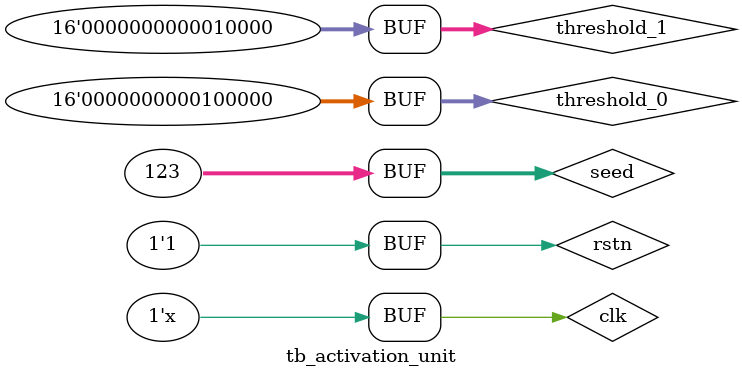
<source format=v>
`timescale 1ns / 1ps
module tb_activation_unit;
  reg clk;
  reg rstn;
  reg signed [15:0] threshold_0 = 32;
  reg signed [15:0] threshold_1 = 16;
  reg signed [15:0] membrane_potential_0;
  reg signed [15:0] membrane_potential_1;
  wire spike_0;
  wire spike_1;
  wire [4:0] accumulated_spikes_0;
  wire [4:0] accumulated_spikes_1;

  activation_unit_2 au2 (
    .clk (clk),
    .rstn (rstn),
    .threshold_0 (threshold_0),
    .membrane_potential_0 (membrane_potential_0),
    .threshold_1 (threshold_1),
    .membrane_potential_1 (membrane_potential_1),
    .accumulated_spikes_0 (accumulated_spikes_0),
    .out_spike_0 (spike_0),
    .accumulated_spikes_1 (accumulated_spikes_1),
    .out_spike_1 (spike_1)
  );

  integer seed = 123;
  
  always #1 clk = ~clk;

  always @ (posedge clk) begin
    membrane_potential_0 <= $random % 64;
    membrane_potential_1 <= $random % 32;
  end

  initial begin
    clk <= 0;
    rstn <= 0;
    #2 rstn <= 1;
  end
endmodule
</source>
